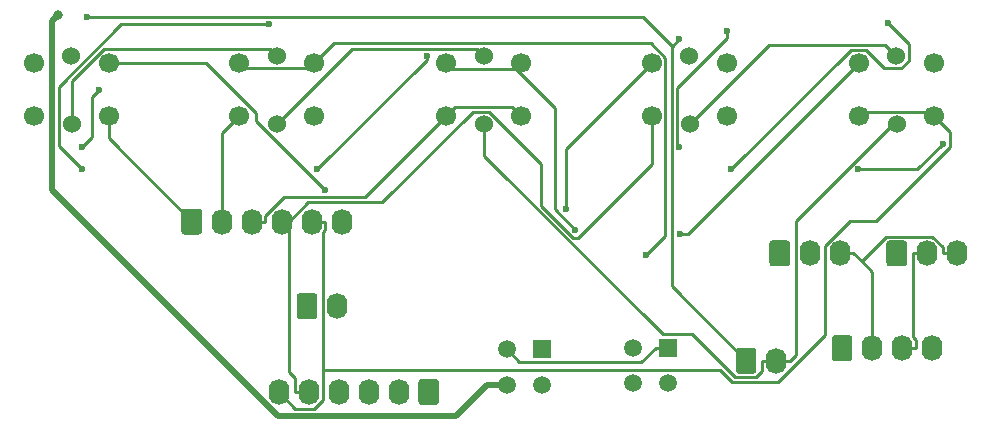
<source format=gbr>
G04 #@! TF.GenerationSoftware,KiCad,Pcbnew,(5.1.6)-1*
G04 #@! TF.CreationDate,2020-11-25T13:13:22+11:00*
G04 #@! TF.ProjectId,RWR_Control_Panel,5257525f-436f-46e7-9472-6f6c5f50616e,-*
G04 #@! TF.SameCoordinates,Original*
G04 #@! TF.FileFunction,Copper,L2,Bot*
G04 #@! TF.FilePolarity,Positive*
%FSLAX46Y46*%
G04 Gerber Fmt 4.6, Leading zero omitted, Abs format (unit mm)*
G04 Created by KiCad (PCBNEW (5.1.6)-1) date 2020-11-25 13:13:22*
%MOMM*%
%LPD*%
G01*
G04 APERTURE LIST*
G04 #@! TA.AperFunction,ComponentPad*
%ADD10C,1.520000*%
G04 #@! TD*
G04 #@! TA.AperFunction,ComponentPad*
%ADD11R,1.520000X1.520000*%
G04 #@! TD*
G04 #@! TA.AperFunction,ComponentPad*
%ADD12C,1.524000*%
G04 #@! TD*
G04 #@! TA.AperFunction,ComponentPad*
%ADD13C,1.700000*%
G04 #@! TD*
G04 #@! TA.AperFunction,ComponentPad*
%ADD14O,1.740000X2.200000*%
G04 #@! TD*
G04 #@! TA.AperFunction,ViaPad*
%ADD15C,0.600000*%
G04 #@! TD*
G04 #@! TA.AperFunction,ViaPad*
%ADD16C,0.800000*%
G04 #@! TD*
G04 #@! TA.AperFunction,Conductor*
%ADD17C,0.228600*%
G04 #@! TD*
G04 #@! TA.AperFunction,Conductor*
%ADD18C,0.500000*%
G04 #@! TD*
G04 APERTURE END LIST*
D10*
X159592001Y-115985999D03*
X162592000Y-115985999D03*
X159592001Y-112986000D03*
D11*
X162592000Y-112986000D03*
D10*
X148924001Y-116137999D03*
X151924000Y-116137999D03*
X148924001Y-113138000D03*
D11*
X151924000Y-113138000D03*
D12*
X181936000Y-94087800D03*
X181896000Y-88296800D03*
D13*
X185071000Y-93376800D03*
X178721000Y-93376800D03*
X185071000Y-88931800D03*
X178721000Y-88931800D03*
D12*
X164410000Y-94087800D03*
X164370000Y-88296800D03*
D13*
X167545000Y-93376800D03*
X161195000Y-93376800D03*
X167545000Y-88931800D03*
X161195000Y-88931800D03*
D12*
X147011000Y-94087800D03*
X146971000Y-88296800D03*
D13*
X150146000Y-93376800D03*
X143796000Y-93376800D03*
X150146000Y-88931800D03*
X143796000Y-88931800D03*
D12*
X129485000Y-94087800D03*
X129445000Y-88296800D03*
D13*
X132620000Y-93376800D03*
X126270000Y-93376800D03*
X132620000Y-88931800D03*
X126270000Y-88931800D03*
D12*
X112086000Y-94087800D03*
X112046000Y-88296800D03*
D13*
X115221000Y-93376800D03*
X108871000Y-93376800D03*
X115221000Y-88931800D03*
X108871000Y-88931800D03*
D14*
X129623000Y-116745000D03*
X132163000Y-116745000D03*
X134703000Y-116745000D03*
X137243000Y-116745000D03*
X139783000Y-116745000D03*
G04 #@! TA.AperFunction,ComponentPad*
G36*
G01*
X143193000Y-115894999D02*
X143193000Y-117595001D01*
G75*
G02*
X142943001Y-117845000I-249999J0D01*
G01*
X141702999Y-117845000D01*
G75*
G02*
X141453000Y-117595001I0J249999D01*
G01*
X141453000Y-115894999D01*
G75*
G02*
X141702999Y-115645000I249999J0D01*
G01*
X142943001Y-115645000D01*
G75*
G02*
X143193000Y-115894999I0J-249999D01*
G01*
G37*
G04 #@! TD.AperFunction*
X177121000Y-105010000D03*
X174581000Y-105010000D03*
G04 #@! TA.AperFunction,ComponentPad*
G36*
G01*
X171171000Y-105860001D02*
X171171000Y-104159999D01*
G75*
G02*
X171420999Y-103910000I249999J0D01*
G01*
X172661001Y-103910000D01*
G75*
G02*
X172911000Y-104159999I0J-249999D01*
G01*
X172911000Y-105860001D01*
G75*
G02*
X172661001Y-106110000I-249999J0D01*
G01*
X171420999Y-106110000D01*
G75*
G02*
X171171000Y-105860001I0J249999D01*
G01*
G37*
G04 #@! TD.AperFunction*
X184944000Y-113036000D03*
X182404000Y-113036000D03*
X179864000Y-113036000D03*
G04 #@! TA.AperFunction,ComponentPad*
G36*
G01*
X176454000Y-113886001D02*
X176454000Y-112185999D01*
G75*
G02*
X176703999Y-111936000I249999J0D01*
G01*
X177944001Y-111936000D01*
G75*
G02*
X178194000Y-112185999I0J-249999D01*
G01*
X178194000Y-113886001D01*
G75*
G02*
X177944001Y-114136000I-249999J0D01*
G01*
X176703999Y-114136000D01*
G75*
G02*
X176454000Y-113886001I0J249999D01*
G01*
G37*
G04 #@! TD.AperFunction*
X187027000Y-105010000D03*
X184487000Y-105010000D03*
G04 #@! TA.AperFunction,ComponentPad*
G36*
G01*
X181077000Y-105860001D02*
X181077000Y-104159999D01*
G75*
G02*
X181326999Y-103910000I249999J0D01*
G01*
X182567001Y-103910000D01*
G75*
G02*
X182817000Y-104159999I0J-249999D01*
G01*
X182817000Y-105860001D01*
G75*
G02*
X182567001Y-106110000I-249999J0D01*
G01*
X181326999Y-106110000D01*
G75*
G02*
X181077000Y-105860001I0J249999D01*
G01*
G37*
G04 #@! TD.AperFunction*
X171736000Y-114103000D03*
G04 #@! TA.AperFunction,ComponentPad*
G36*
G01*
X168326000Y-114953001D02*
X168326000Y-113252999D01*
G75*
G02*
X168575999Y-113003000I249999J0D01*
G01*
X169816001Y-113003000D01*
G75*
G02*
X170066000Y-113252999I0J-249999D01*
G01*
X170066000Y-114953001D01*
G75*
G02*
X169816001Y-115203000I-249999J0D01*
G01*
X168575999Y-115203000D01*
G75*
G02*
X168326000Y-114953001I0J249999D01*
G01*
G37*
G04 #@! TD.AperFunction*
X134957000Y-102318000D03*
X132417000Y-102318000D03*
X129877000Y-102318000D03*
X127337000Y-102318000D03*
X124797000Y-102318000D03*
G04 #@! TA.AperFunction,ComponentPad*
G36*
G01*
X121387000Y-103168001D02*
X121387000Y-101467999D01*
G75*
G02*
X121636999Y-101218000I249999J0D01*
G01*
X122877001Y-101218000D01*
G75*
G02*
X123127000Y-101467999I0J-249999D01*
G01*
X123127000Y-103168001D01*
G75*
G02*
X122877001Y-103418000I-249999J0D01*
G01*
X121636999Y-103418000D01*
G75*
G02*
X121387000Y-103168001I0J249999D01*
G01*
G37*
G04 #@! TD.AperFunction*
X134550000Y-109480000D03*
G04 #@! TA.AperFunction,ComponentPad*
G36*
G01*
X131140000Y-110330001D02*
X131140000Y-108629999D01*
G75*
G02*
X131389999Y-108380000I249999J0D01*
G01*
X132630001Y-108380000D01*
G75*
G02*
X132880000Y-108629999I0J-249999D01*
G01*
X132880000Y-110330001D01*
G75*
G02*
X132630001Y-110580000I-249999J0D01*
G01*
X131389999Y-110580000D01*
G75*
G02*
X131140000Y-110330001I0J249999D01*
G01*
G37*
G04 #@! TD.AperFunction*
D15*
X153926000Y-101225000D03*
X133523000Y-99655500D03*
X160729000Y-105167000D03*
X163608000Y-103342000D03*
X154731000Y-103049000D03*
X113405000Y-85030400D03*
X163543000Y-86898700D03*
D16*
X110962000Y-84800100D03*
D15*
X114426000Y-91214800D03*
X112989000Y-95999800D03*
X112989000Y-97909400D03*
X128759000Y-85603900D03*
X132896000Y-97909400D03*
X142153000Y-88329900D03*
X167617000Y-86185900D03*
X163505000Y-95982600D03*
X167929000Y-97909400D03*
X181247000Y-85519300D03*
X178697000Y-97869900D03*
X185826000Y-95737100D03*
D17*
X161195000Y-88931800D02*
X153926000Y-96201200D01*
X153926000Y-96201200D02*
X153926000Y-101225000D01*
X115221000Y-88931800D02*
X123452000Y-88931800D01*
X123452000Y-88931800D02*
X127687000Y-93166800D01*
X127687000Y-93166800D02*
X127687000Y-93820000D01*
X127687000Y-93820000D02*
X133523000Y-99655500D01*
X126270000Y-88931800D02*
X126694000Y-89355600D01*
X126694000Y-89355600D02*
X132196000Y-89355600D01*
X132196000Y-89355600D02*
X132620000Y-88931800D01*
X132620000Y-88931800D02*
X134315000Y-87236500D01*
X134315000Y-87236500D02*
X161150000Y-87236500D01*
X161150000Y-87236500D02*
X162357000Y-88443200D01*
X162357000Y-88443200D02*
X162357000Y-103539000D01*
X162357000Y-103539000D02*
X160729000Y-105167000D01*
X178721000Y-88931800D02*
X164311000Y-103342000D01*
X164311000Y-103342000D02*
X163608000Y-103342000D01*
X149695000Y-89383100D02*
X152978000Y-92666700D01*
X152978000Y-92666700D02*
X152978000Y-101297000D01*
X152978000Y-101297000D02*
X154731000Y-103049000D01*
X143796000Y-88931800D02*
X144247000Y-89383100D01*
X144247000Y-89383100D02*
X149695000Y-89383100D01*
X149695000Y-89383100D02*
X150146000Y-88931800D01*
X178721000Y-93376800D02*
X179079000Y-93018400D01*
X179079000Y-93018400D02*
X184713000Y-93018400D01*
X184713000Y-93018400D02*
X185071000Y-93376800D01*
X132417000Y-102318000D02*
X133579000Y-102318000D01*
X133579000Y-102318000D02*
X133579000Y-103030000D01*
X133579000Y-103030000D02*
X133376000Y-103233000D01*
X133376000Y-103233000D02*
X133376000Y-114921000D01*
X133376000Y-114921000D02*
X133376000Y-117418000D01*
X133376000Y-117418000D02*
X132634000Y-118160000D01*
X132634000Y-118160000D02*
X131038000Y-118160000D01*
X131038000Y-118160000D02*
X129623000Y-116745000D01*
X133376000Y-114921000D02*
X167017000Y-114921000D01*
X167017000Y-114921000D02*
X168012000Y-115916000D01*
X168012000Y-115916000D02*
X171862000Y-115916000D01*
X171862000Y-115916000D02*
X175851000Y-111927000D01*
X175851000Y-111927000D02*
X175851000Y-104364000D01*
X175851000Y-104364000D02*
X177972000Y-102243000D01*
X177972000Y-102243000D02*
X180178000Y-102243000D01*
X180178000Y-102243000D02*
X186458000Y-95964100D01*
X186458000Y-95964100D02*
X186458000Y-94763400D01*
X186458000Y-94763400D02*
X185071000Y-93376800D01*
X129877000Y-102318000D02*
X130458000Y-102318000D01*
X132163000Y-116745000D02*
X131001000Y-116745000D01*
X131001000Y-116745000D02*
X131001000Y-115583000D01*
X131001000Y-115583000D02*
X130458000Y-115040000D01*
X130458000Y-115040000D02*
X130458000Y-102318000D01*
X130458000Y-102318000D02*
X132114000Y-100662000D01*
X132114000Y-100662000D02*
X138373000Y-100662000D01*
X138373000Y-100662000D02*
X146033000Y-93001700D01*
X146033000Y-93001700D02*
X147433000Y-93001700D01*
X147433000Y-93001700D02*
X151841000Y-97409200D01*
X151841000Y-97409200D02*
X151841000Y-100997000D01*
X151841000Y-100997000D02*
X154517000Y-103673000D01*
X154517000Y-103673000D02*
X154974000Y-103673000D01*
X154974000Y-103673000D02*
X161195000Y-97451700D01*
X161195000Y-97451700D02*
X161195000Y-93376800D01*
X143796000Y-93376800D02*
X144578000Y-92595000D01*
X144578000Y-92595000D02*
X149364000Y-92595000D01*
X149364000Y-92595000D02*
X150146000Y-93376800D01*
X127337000Y-102318000D02*
X128499000Y-102318000D01*
X128499000Y-102318000D02*
X128499000Y-101810000D01*
X128499000Y-101810000D02*
X130054000Y-100255000D01*
X130054000Y-100255000D02*
X136918000Y-100255000D01*
X136918000Y-100255000D02*
X143796000Y-93376800D01*
X124797000Y-102318000D02*
X124797000Y-94849800D01*
X124797000Y-94849800D02*
X126270000Y-93376800D01*
X122257000Y-102318000D02*
X115221000Y-95282000D01*
X115221000Y-95282000D02*
X115221000Y-93376800D01*
X171736000Y-114103000D02*
X172898000Y-114103000D01*
X172898000Y-114103000D02*
X173407000Y-113594000D01*
X173407000Y-113594000D02*
X173407000Y-102278000D01*
X173407000Y-102278000D02*
X181597000Y-94087800D01*
X181597000Y-94087800D02*
X181936000Y-94087800D01*
X171736000Y-114103000D02*
X170574000Y-114103000D01*
X170574000Y-114103000D02*
X170574000Y-114990000D01*
X170574000Y-114990000D02*
X170054000Y-115509000D01*
X170054000Y-115509000D02*
X168215000Y-115509000D01*
X168215000Y-115509000D02*
X164571000Y-111866000D01*
X164571000Y-111866000D02*
X162134000Y-111866000D01*
X162134000Y-111866000D02*
X147011000Y-96742200D01*
X147011000Y-96742200D02*
X147011000Y-94087800D01*
X169196000Y-114103000D02*
X162902000Y-107808000D01*
X162902000Y-107808000D02*
X162902000Y-87437500D01*
X113405000Y-85030400D02*
X113424000Y-85011500D01*
X113424000Y-85011500D02*
X160476000Y-85011500D01*
X160476000Y-85011500D02*
X162902000Y-87437500D01*
X162902000Y-87437500D02*
X163004000Y-87437500D01*
X163004000Y-87437500D02*
X163543000Y-86898700D01*
X177121000Y-105010000D02*
X178283000Y-105010000D01*
X178283000Y-105010000D02*
X178967000Y-105694000D01*
X187027000Y-105010000D02*
X185865000Y-105010000D01*
X185865000Y-105010000D02*
X185865000Y-104502000D01*
X185865000Y-104502000D02*
X184972000Y-103609000D01*
X184972000Y-103609000D02*
X181052000Y-103609000D01*
X181052000Y-103609000D02*
X178967000Y-105694000D01*
X179864000Y-113036000D02*
X179864000Y-106591000D01*
X179864000Y-106591000D02*
X178967000Y-105694000D01*
X182404000Y-113036000D02*
X183566000Y-113036000D01*
X183566000Y-113036000D02*
X183566000Y-112324000D01*
X183566000Y-112324000D02*
X183325000Y-112083000D01*
X183325000Y-112083000D02*
X183325000Y-105010000D01*
X183325000Y-105010000D02*
X184487000Y-105010000D01*
X112086000Y-94087800D02*
X112086000Y-90442000D01*
X112086000Y-90442000D02*
X114797000Y-87731000D01*
X114797000Y-87731000D02*
X128879000Y-87731000D01*
X128879000Y-87731000D02*
X129445000Y-88296800D01*
X129485000Y-94087800D02*
X135848000Y-87725000D01*
X135848000Y-87725000D02*
X146399000Y-87725000D01*
X146399000Y-87725000D02*
X146971000Y-88296800D01*
X164410000Y-94087800D02*
X171157000Y-87340900D01*
X171157000Y-87340900D02*
X180940000Y-87340900D01*
X180940000Y-87340900D02*
X181896000Y-88296800D01*
D18*
X148924000Y-116138000D02*
X147256000Y-116138000D01*
X147256000Y-116138000D02*
X144628000Y-118766000D01*
X144628000Y-118766000D02*
X129530000Y-118766000D01*
X129530000Y-118766000D02*
X110449000Y-99684800D01*
X110449000Y-99684800D02*
X110449000Y-85313000D01*
X110449000Y-85313000D02*
X110962000Y-84800100D01*
D17*
X114426000Y-91214800D02*
X113847000Y-91794300D01*
X113847000Y-91794300D02*
X113847000Y-95142300D01*
X113847000Y-95142300D02*
X112989000Y-95999800D01*
X112989000Y-97909400D02*
X110992000Y-95911700D01*
X110992000Y-95911700D02*
X110992000Y-90921700D01*
X110992000Y-90921700D02*
X116309000Y-85603900D01*
X116309000Y-85603900D02*
X128759000Y-85603900D01*
X132896000Y-97909400D02*
X142153000Y-88652400D01*
X142153000Y-88652400D02*
X142153000Y-88329900D01*
X163505000Y-95982600D02*
X163356000Y-95833000D01*
X163356000Y-95833000D02*
X163356000Y-91051500D01*
X163356000Y-91051500D02*
X167617000Y-86790100D01*
X167617000Y-86790100D02*
X167617000Y-86185900D01*
X181247000Y-85519300D02*
X182990000Y-87261800D01*
X182990000Y-87261800D02*
X182990000Y-88705100D01*
X182990000Y-88705100D02*
X182336000Y-89358600D01*
X182336000Y-89358600D02*
X180909000Y-89358600D01*
X180909000Y-89358600D02*
X179340000Y-87789300D01*
X179340000Y-87789300D02*
X178049000Y-87789300D01*
X178049000Y-87789300D02*
X167929000Y-97909400D01*
X185826000Y-95737100D02*
X183693000Y-97869900D01*
X183693000Y-97869900D02*
X178697000Y-97869900D01*
X148924000Y-113138000D02*
X149991000Y-114205000D01*
X149991000Y-114205000D02*
X160321000Y-114205000D01*
X160321000Y-114205000D02*
X161540000Y-112986000D01*
X161540000Y-112986000D02*
X162592000Y-112986000D01*
M02*

</source>
